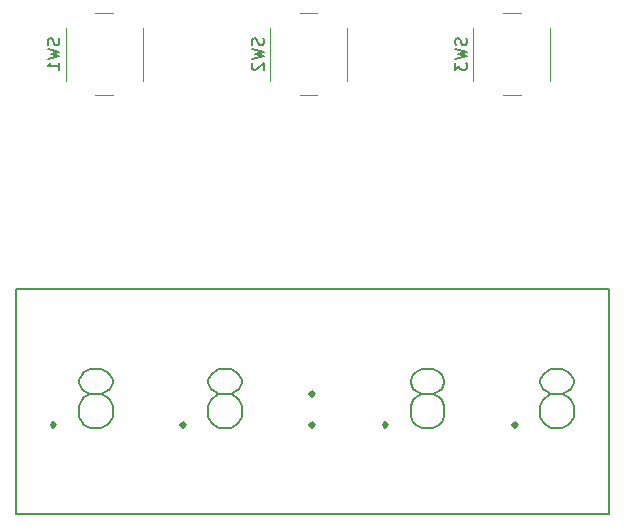
<source format=gbo>
G04 #@! TF.GenerationSoftware,KiCad,Pcbnew,(5.0.2)-1*
G04 #@! TF.CreationDate,2020-01-03T22:31:12+01:00*
G04 #@! TF.ProjectId,clock,636c6f63-6b2e-46b6-9963-61645f706362,rev?*
G04 #@! TF.SameCoordinates,Original*
G04 #@! TF.FileFunction,Legend,Bot*
G04 #@! TF.FilePolarity,Positive*
%FSLAX46Y46*%
G04 Gerber Fmt 4.6, Leading zero omitted, Abs format (unit mm)*
G04 Created by KiCad (PCBNEW (5.0.2)-1) date 03/01/2020 22:31:12*
%MOMM*%
%LPD*%
G01*
G04 APERTURE LIST*
%ADD10C,0.120000*%
%ADD11C,0.150000*%
G04 APERTURE END LIST*
D10*
G04 #@! TO.C,SW1*
X122100000Y-50600000D02*
X120600000Y-50600000D01*
X118100000Y-49350000D02*
X118100000Y-44850000D01*
X120600000Y-43600000D02*
X122100000Y-43600000D01*
X124600000Y-44850000D02*
X124600000Y-49350000D01*
G04 #@! TO.C,SW2*
X139400000Y-50600000D02*
X137900000Y-50600000D01*
X135400000Y-49350000D02*
X135400000Y-44850000D01*
X137900000Y-43600000D02*
X139400000Y-43600000D01*
X141900000Y-44850000D02*
X141900000Y-49350000D01*
G04 #@! TO.C,SW3*
X156600000Y-50600000D02*
X155100000Y-50600000D01*
X152600000Y-49350000D02*
X152600000Y-44850000D01*
X155100000Y-43600000D02*
X156600000Y-43600000D01*
X159100000Y-44850000D02*
X159100000Y-49350000D01*
D11*
G04 #@! TO.C,U4*
X113865000Y-86000000D02*
X113865000Y-67000000D01*
X164065000Y-67000000D02*
X164065000Y-86000000D01*
X113865000Y-67000000D02*
X164065000Y-67000000D01*
X113865000Y-86000000D02*
X164065000Y-86000000D01*
G04 #@! TO.C,SW1*
X117504761Y-45766666D02*
X117552380Y-45909523D01*
X117552380Y-46147619D01*
X117504761Y-46242857D01*
X117457142Y-46290476D01*
X117361904Y-46338095D01*
X117266666Y-46338095D01*
X117171428Y-46290476D01*
X117123809Y-46242857D01*
X117076190Y-46147619D01*
X117028571Y-45957142D01*
X116980952Y-45861904D01*
X116933333Y-45814285D01*
X116838095Y-45766666D01*
X116742857Y-45766666D01*
X116647619Y-45814285D01*
X116600000Y-45861904D01*
X116552380Y-45957142D01*
X116552380Y-46195238D01*
X116600000Y-46338095D01*
X116552380Y-46671428D02*
X117552380Y-46909523D01*
X116838095Y-47100000D01*
X117552380Y-47290476D01*
X116552380Y-47528571D01*
X117552380Y-48433333D02*
X117552380Y-47861904D01*
X117552380Y-48147619D02*
X116552380Y-48147619D01*
X116695238Y-48052380D01*
X116790476Y-47957142D01*
X116838095Y-47861904D01*
G04 #@! TO.C,SW2*
X134804761Y-45766666D02*
X134852380Y-45909523D01*
X134852380Y-46147619D01*
X134804761Y-46242857D01*
X134757142Y-46290476D01*
X134661904Y-46338095D01*
X134566666Y-46338095D01*
X134471428Y-46290476D01*
X134423809Y-46242857D01*
X134376190Y-46147619D01*
X134328571Y-45957142D01*
X134280952Y-45861904D01*
X134233333Y-45814285D01*
X134138095Y-45766666D01*
X134042857Y-45766666D01*
X133947619Y-45814285D01*
X133900000Y-45861904D01*
X133852380Y-45957142D01*
X133852380Y-46195238D01*
X133900000Y-46338095D01*
X133852380Y-46671428D02*
X134852380Y-46909523D01*
X134138095Y-47100000D01*
X134852380Y-47290476D01*
X133852380Y-47528571D01*
X133947619Y-47861904D02*
X133900000Y-47909523D01*
X133852380Y-48004761D01*
X133852380Y-48242857D01*
X133900000Y-48338095D01*
X133947619Y-48385714D01*
X134042857Y-48433333D01*
X134138095Y-48433333D01*
X134280952Y-48385714D01*
X134852380Y-47814285D01*
X134852380Y-48433333D01*
G04 #@! TO.C,SW3*
X152004761Y-45766666D02*
X152052380Y-45909523D01*
X152052380Y-46147619D01*
X152004761Y-46242857D01*
X151957142Y-46290476D01*
X151861904Y-46338095D01*
X151766666Y-46338095D01*
X151671428Y-46290476D01*
X151623809Y-46242857D01*
X151576190Y-46147619D01*
X151528571Y-45957142D01*
X151480952Y-45861904D01*
X151433333Y-45814285D01*
X151338095Y-45766666D01*
X151242857Y-45766666D01*
X151147619Y-45814285D01*
X151100000Y-45861904D01*
X151052380Y-45957142D01*
X151052380Y-46195238D01*
X151100000Y-46338095D01*
X151052380Y-46671428D02*
X152052380Y-46909523D01*
X151338095Y-47100000D01*
X152052380Y-47290476D01*
X151052380Y-47528571D01*
X151052380Y-47814285D02*
X151052380Y-48433333D01*
X151433333Y-48100000D01*
X151433333Y-48242857D01*
X151480952Y-48338095D01*
X151528571Y-48385714D01*
X151623809Y-48433333D01*
X151861904Y-48433333D01*
X151957142Y-48385714D01*
X152004761Y-48338095D01*
X152052380Y-48242857D01*
X152052380Y-47957142D01*
X152004761Y-47861904D01*
X151957142Y-47814285D01*
G04 #@! TO.C,U4*
X160155476Y-75904761D02*
X160631666Y-75666666D01*
X160869761Y-75428571D01*
X161107857Y-74952380D01*
X161107857Y-74714285D01*
X160869761Y-74238095D01*
X160631666Y-74000000D01*
X160155476Y-73761904D01*
X159203095Y-73761904D01*
X158726904Y-74000000D01*
X158488809Y-74238095D01*
X158250714Y-74714285D01*
X158250714Y-74952380D01*
X158488809Y-75428571D01*
X158726904Y-75666666D01*
X159203095Y-75904761D01*
X160155476Y-75904761D01*
X160631666Y-76142857D01*
X160869761Y-76380952D01*
X161107857Y-76857142D01*
X161107857Y-77809523D01*
X160869761Y-78285714D01*
X160631666Y-78523809D01*
X160155476Y-78761904D01*
X159203095Y-78761904D01*
X158726904Y-78523809D01*
X158488809Y-78285714D01*
X158250714Y-77809523D01*
X158250714Y-76857142D01*
X158488809Y-76380952D01*
X158726904Y-76142857D01*
X159203095Y-75904761D01*
X156107857Y-78285714D02*
X155869761Y-78523809D01*
X156107857Y-78761904D01*
X156345952Y-78523809D01*
X156107857Y-78285714D01*
X156107857Y-78761904D01*
X149203095Y-75904761D02*
X149679285Y-75666666D01*
X149917380Y-75428571D01*
X150155476Y-74952380D01*
X150155476Y-74714285D01*
X149917380Y-74238095D01*
X149679285Y-74000000D01*
X149203095Y-73761904D01*
X148250714Y-73761904D01*
X147774523Y-74000000D01*
X147536428Y-74238095D01*
X147298333Y-74714285D01*
X147298333Y-74952380D01*
X147536428Y-75428571D01*
X147774523Y-75666666D01*
X148250714Y-75904761D01*
X149203095Y-75904761D01*
X149679285Y-76142857D01*
X149917380Y-76380952D01*
X150155476Y-76857142D01*
X150155476Y-77809523D01*
X149917380Y-78285714D01*
X149679285Y-78523809D01*
X149203095Y-78761904D01*
X148250714Y-78761904D01*
X147774523Y-78523809D01*
X147536428Y-78285714D01*
X147298333Y-77809523D01*
X147298333Y-76857142D01*
X147536428Y-76380952D01*
X147774523Y-76142857D01*
X148250714Y-75904761D01*
X145155476Y-78285714D02*
X144917380Y-78523809D01*
X145155476Y-78761904D01*
X145393571Y-78523809D01*
X145155476Y-78285714D01*
X145155476Y-78761904D01*
X138965000Y-78285714D02*
X138726904Y-78523809D01*
X138965000Y-78761904D01*
X139203095Y-78523809D01*
X138965000Y-78285714D01*
X138965000Y-78761904D01*
X138965000Y-75666666D02*
X138726904Y-75904761D01*
X138965000Y-76142857D01*
X139203095Y-75904761D01*
X138965000Y-75666666D01*
X138965000Y-76142857D01*
X132060238Y-75904761D02*
X132536428Y-75666666D01*
X132774523Y-75428571D01*
X133012619Y-74952380D01*
X133012619Y-74714285D01*
X132774523Y-74238095D01*
X132536428Y-74000000D01*
X132060238Y-73761904D01*
X131107857Y-73761904D01*
X130631666Y-74000000D01*
X130393571Y-74238095D01*
X130155476Y-74714285D01*
X130155476Y-74952380D01*
X130393571Y-75428571D01*
X130631666Y-75666666D01*
X131107857Y-75904761D01*
X132060238Y-75904761D01*
X132536428Y-76142857D01*
X132774523Y-76380952D01*
X133012619Y-76857142D01*
X133012619Y-77809523D01*
X132774523Y-78285714D01*
X132536428Y-78523809D01*
X132060238Y-78761904D01*
X131107857Y-78761904D01*
X130631666Y-78523809D01*
X130393571Y-78285714D01*
X130155476Y-77809523D01*
X130155476Y-76857142D01*
X130393571Y-76380952D01*
X130631666Y-76142857D01*
X131107857Y-75904761D01*
X128012619Y-78285714D02*
X127774523Y-78523809D01*
X128012619Y-78761904D01*
X128250714Y-78523809D01*
X128012619Y-78285714D01*
X128012619Y-78761904D01*
X121107857Y-75904761D02*
X121584047Y-75666666D01*
X121822142Y-75428571D01*
X122060238Y-74952380D01*
X122060238Y-74714285D01*
X121822142Y-74238095D01*
X121584047Y-74000000D01*
X121107857Y-73761904D01*
X120155476Y-73761904D01*
X119679285Y-74000000D01*
X119441190Y-74238095D01*
X119203095Y-74714285D01*
X119203095Y-74952380D01*
X119441190Y-75428571D01*
X119679285Y-75666666D01*
X120155476Y-75904761D01*
X121107857Y-75904761D01*
X121584047Y-76142857D01*
X121822142Y-76380952D01*
X122060238Y-76857142D01*
X122060238Y-77809523D01*
X121822142Y-78285714D01*
X121584047Y-78523809D01*
X121107857Y-78761904D01*
X120155476Y-78761904D01*
X119679285Y-78523809D01*
X119441190Y-78285714D01*
X119203095Y-77809523D01*
X119203095Y-76857142D01*
X119441190Y-76380952D01*
X119679285Y-76142857D01*
X120155476Y-75904761D01*
X117060238Y-78285714D02*
X116822142Y-78523809D01*
X117060238Y-78761904D01*
X117298333Y-78523809D01*
X117060238Y-78285714D01*
X117060238Y-78761904D01*
G04 #@! TD*
M02*

</source>
